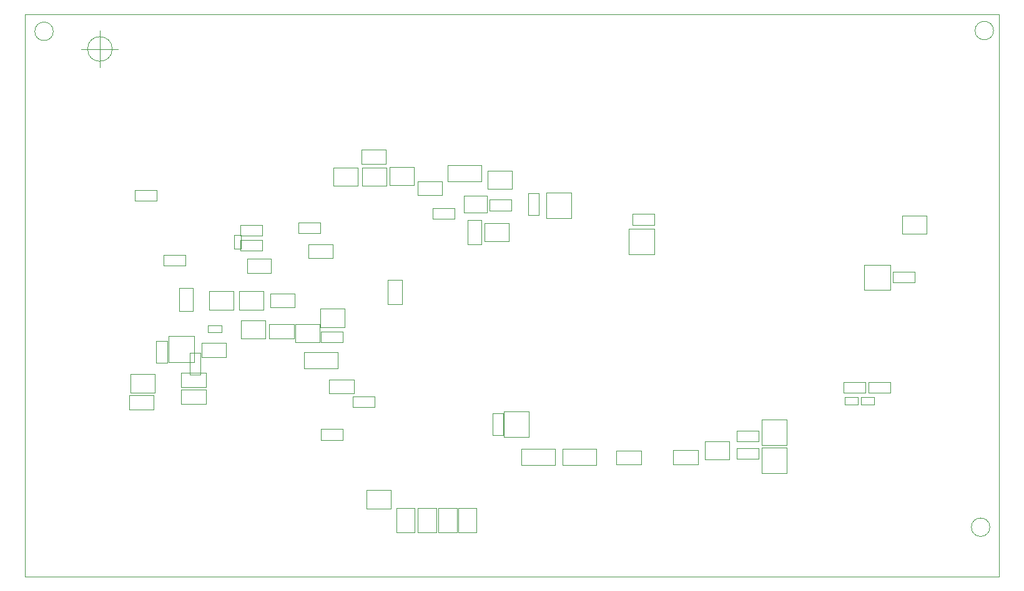
<source format=gbr>
G04 #@! TF.GenerationSoftware,KiCad,Pcbnew,(5.1.2)-1*
G04 #@! TF.CreationDate,2021-02-18T18:51:23+05:45*
G04 #@! TF.ProjectId,Pufferfish-Power-MCU,50756666-6572-4666-9973-682d506f7765,0.0*
G04 #@! TF.SameCoordinates,Original*
G04 #@! TF.FileFunction,Other,User*
%FSLAX46Y46*%
G04 Gerber Fmt 4.6, Leading zero omitted, Abs format (unit mm)*
G04 Created by KiCad (PCBNEW (5.1.2)-1) date 2021-02-18 18:51:23*
%MOMM*%
%LPD*%
G04 APERTURE LIST*
%ADD10C,0.100000*%
%ADD11C,0.050000*%
G04 APERTURE END LIST*
D10*
X203212700Y-114388900D02*
X203212700Y-119388900D01*
X71094600Y-114401600D02*
X71094600Y-119401600D01*
X82946666Y-47752000D02*
G75*
G03X82946666Y-47752000I-1666666J0D01*
G01*
X78780000Y-47752000D02*
X83780000Y-47752000D01*
X81280000Y-45252000D02*
X81280000Y-50252000D01*
X71094600Y-114401600D02*
X71094600Y-43065700D01*
X203212700Y-119388900D02*
X71094600Y-119401600D01*
X203225400Y-43065700D02*
X203212700Y-114388900D01*
X71094600Y-43065700D02*
X203225400Y-43065700D01*
D11*
G04 #@! TO.C,R99*
X108227400Y-72757600D02*
X111187400Y-72757600D01*
X108227400Y-71297600D02*
X108227400Y-72757600D01*
X111187400Y-71297600D02*
X108227400Y-71297600D01*
X111187400Y-72757600D02*
X111187400Y-71297600D01*
G04 #@! TO.C,R49*
X104238000Y-87056000D02*
X107598000Y-87056000D01*
X104238000Y-85156000D02*
X104238000Y-87056000D01*
X107598000Y-85156000D02*
X104238000Y-85156000D01*
X107598000Y-87056000D02*
X107598000Y-85156000D01*
G04 #@! TO.C,Q9*
X136087000Y-100457000D02*
X139487000Y-100457000D01*
X139487000Y-100457000D02*
X139487000Y-96957000D01*
X139487000Y-96957000D02*
X136087000Y-96957000D01*
X136087000Y-96957000D02*
X136087000Y-100457000D01*
G04 #@! TO.C,C100*
X99466300Y-74844000D02*
X100406300Y-74844000D01*
X100406300Y-74844000D02*
X100406300Y-72984000D01*
X100406300Y-72984000D02*
X99466300Y-72984000D01*
X99466300Y-72984000D02*
X99466300Y-74844000D01*
G04 #@! TO.C,C70*
X97831000Y-85255000D02*
X95971000Y-85255000D01*
X97831000Y-86195000D02*
X97831000Y-85255000D01*
X95971000Y-86195000D02*
X97831000Y-86195000D01*
X95971000Y-85255000D02*
X95971000Y-86195000D01*
G04 #@! TO.C,C51*
X184111500Y-95074000D02*
X182251500Y-95074000D01*
X184111500Y-96014000D02*
X184111500Y-95074000D01*
X182251500Y-96014000D02*
X184111500Y-96014000D01*
X182251500Y-95074000D02*
X182251500Y-96014000D01*
G04 #@! TO.C,C50*
X186311500Y-95074000D02*
X184451500Y-95074000D01*
X186311500Y-96014000D02*
X186311500Y-95074000D01*
X184451500Y-96014000D02*
X186311500Y-96014000D01*
X184451500Y-95074000D02*
X184451500Y-96014000D01*
G04 #@! TO.C,JP1*
X85407400Y-94402600D02*
X88707400Y-94402600D01*
X85407400Y-94402600D02*
X85407400Y-91902600D01*
X88707400Y-91902600D02*
X88707400Y-94402600D01*
X88707400Y-91902600D02*
X85407400Y-91902600D01*
G04 #@! TO.C,D3*
X93914000Y-83388000D02*
X92014000Y-83388000D01*
X92014000Y-83388000D02*
X92014000Y-80188000D01*
X93914000Y-80188000D02*
X92014000Y-80188000D01*
X93914000Y-83388000D02*
X93914000Y-80188000D01*
G04 #@! TO.C,D4*
X101270000Y-78166000D02*
X101270000Y-76266000D01*
X101270000Y-76266000D02*
X104470000Y-76266000D01*
X104470000Y-78166000D02*
X104470000Y-76266000D01*
X101270000Y-78166000D02*
X104470000Y-78166000D01*
G04 #@! TO.C,R39*
X185049000Y-93014000D02*
X182089000Y-93014000D01*
X185049000Y-94474000D02*
X185049000Y-93014000D01*
X182089000Y-94474000D02*
X185049000Y-94474000D01*
X182089000Y-93014000D02*
X182089000Y-94474000D01*
G04 #@! TO.C,R40*
X188449000Y-93001500D02*
X185489000Y-93001500D01*
X188449000Y-94461500D02*
X188449000Y-93001500D01*
X185489000Y-94461500D02*
X188449000Y-94461500D01*
X185489000Y-93001500D02*
X185489000Y-94461500D01*
G04 #@! TO.C,R53*
X153520000Y-71630000D02*
X156480000Y-71630000D01*
X153520000Y-70170000D02*
X153520000Y-71630000D01*
X156480000Y-70170000D02*
X153520000Y-70170000D01*
X156480000Y-71630000D02*
X156480000Y-70170000D01*
G04 #@! TO.C,R54*
X188787400Y-79432600D02*
X191747400Y-79432600D01*
X188787400Y-77972600D02*
X188787400Y-79432600D01*
X191747400Y-77972600D02*
X188787400Y-77972600D01*
X191747400Y-79432600D02*
X191747400Y-77972600D01*
G04 #@! TO.C,R55*
X134517000Y-97227000D02*
X134517000Y-100187000D01*
X135977000Y-97227000D02*
X134517000Y-97227000D01*
X135977000Y-100187000D02*
X135977000Y-97227000D01*
X134517000Y-100187000D02*
X135977000Y-100187000D01*
G04 #@! TO.C,R56*
X139351000Y-67354000D02*
X139351000Y-70314000D01*
X140811000Y-67354000D02*
X139351000Y-67354000D01*
X140811000Y-70314000D02*
X140811000Y-67354000D01*
X139351000Y-70314000D02*
X140811000Y-70314000D01*
G04 #@! TO.C,R20*
X89960000Y-77184000D02*
X92920000Y-77184000D01*
X89960000Y-75724000D02*
X89960000Y-77184000D01*
X92920000Y-75724000D02*
X89960000Y-75724000D01*
X92920000Y-77184000D02*
X92920000Y-75724000D01*
G04 #@! TO.C,R22*
X103334000Y-71660000D02*
X100374000Y-71660000D01*
X103334000Y-73120000D02*
X103334000Y-71660000D01*
X100374000Y-73120000D02*
X103334000Y-73120000D01*
X100374000Y-71660000D02*
X100374000Y-73120000D01*
G04 #@! TO.C,R23*
X100374000Y-75152000D02*
X103334000Y-75152000D01*
X100374000Y-73692000D02*
X100374000Y-75152000D01*
X103334000Y-73692000D02*
X100374000Y-73692000D01*
X103334000Y-75152000D02*
X103334000Y-73692000D01*
G04 #@! TO.C,C64*
X94912400Y-91995100D02*
X94912400Y-89035100D01*
X93452400Y-91995100D02*
X94912400Y-91995100D01*
X93452400Y-89035100D02*
X93452400Y-91995100D01*
X94912400Y-89035100D02*
X93452400Y-89035100D01*
G04 #@! TO.C,C66*
X114256000Y-86138000D02*
X111296000Y-86138000D01*
X114256000Y-87598000D02*
X114256000Y-86138000D01*
X111296000Y-87598000D02*
X114256000Y-87598000D01*
X111296000Y-86138000D02*
X111296000Y-87598000D01*
G04 #@! TO.C,C98*
X126452400Y-70832600D02*
X129412400Y-70832600D01*
X126452400Y-69372600D02*
X126452400Y-70832600D01*
X129412400Y-69372600D02*
X126452400Y-69372600D01*
X129412400Y-70832600D02*
X129412400Y-69372600D01*
G04 #@! TO.C,C99*
X134156000Y-69691000D02*
X137116000Y-69691000D01*
X134156000Y-68231000D02*
X134156000Y-69691000D01*
X137116000Y-68231000D02*
X134156000Y-68231000D01*
X137116000Y-69691000D02*
X137116000Y-68231000D01*
G04 #@! TO.C,FID2*
X201957400Y-112702600D02*
G75*
G03X201957400Y-112702600I-1250000J0D01*
G01*
G04 #@! TO.C,FID3*
X74957400Y-45352600D02*
G75*
G03X74957400Y-45352600I-1250000J0D01*
G01*
G04 #@! TO.C,FID4*
X202457400Y-45252600D02*
G75*
G03X202457400Y-45252600I-1250000J0D01*
G01*
G04 #@! TO.C,JP2*
X114507400Y-83027600D02*
X111207400Y-83027600D01*
X114507400Y-83027600D02*
X114507400Y-85527600D01*
X111207400Y-85527600D02*
X111207400Y-83027600D01*
X111207400Y-85527600D02*
X114507400Y-85527600D01*
G04 #@! TO.C,JP3*
X111124000Y-85110000D02*
X107824000Y-85110000D01*
X111124000Y-85110000D02*
X111124000Y-87610000D01*
X107824000Y-87610000D02*
X107824000Y-85110000D01*
X107824000Y-87610000D02*
X111124000Y-87610000D01*
G04 #@! TO.C,JP4*
X103504000Y-80665000D02*
X100204000Y-80665000D01*
X103504000Y-80665000D02*
X103504000Y-83165000D01*
X100204000Y-83165000D02*
X100204000Y-80665000D01*
X100204000Y-83165000D02*
X103504000Y-83165000D01*
G04 #@! TO.C,JP5*
X103758000Y-84602000D02*
X100458000Y-84602000D01*
X103758000Y-84602000D02*
X103758000Y-87102000D01*
X100458000Y-87102000D02*
X100458000Y-84602000D01*
X100458000Y-87102000D02*
X103758000Y-87102000D01*
G04 #@! TO.C,JP6*
X99440000Y-80665000D02*
X96140000Y-80665000D01*
X99440000Y-80665000D02*
X99440000Y-83165000D01*
X96140000Y-83165000D02*
X96140000Y-80665000D01*
X96140000Y-83165000D02*
X99440000Y-83165000D01*
G04 #@! TO.C,JP7*
X123980000Y-113384000D02*
X123980000Y-110084000D01*
X123980000Y-113384000D02*
X121480000Y-113384000D01*
X121480000Y-110084000D02*
X123980000Y-110084000D01*
X121480000Y-110084000D02*
X121480000Y-113384000D01*
G04 #@! TO.C,JP8*
X126880000Y-113384000D02*
X126880000Y-110084000D01*
X126880000Y-113384000D02*
X124380000Y-113384000D01*
X124380000Y-110084000D02*
X126880000Y-110084000D01*
X124380000Y-110084000D02*
X124380000Y-113384000D01*
G04 #@! TO.C,JP9*
X127180000Y-110084000D02*
X127180000Y-113384000D01*
X127180000Y-110084000D02*
X129680000Y-110084000D01*
X129680000Y-113384000D02*
X127180000Y-113384000D01*
X129680000Y-113384000D02*
X129680000Y-110084000D01*
G04 #@! TO.C,JP10*
X129880000Y-110084000D02*
X129880000Y-113384000D01*
X129880000Y-110084000D02*
X132380000Y-110084000D01*
X132380000Y-113384000D02*
X129880000Y-113384000D01*
X132380000Y-113384000D02*
X132380000Y-110084000D01*
G04 #@! TO.C,JP11*
X123900000Y-63750000D02*
X120600000Y-63750000D01*
X123900000Y-63750000D02*
X123900000Y-66250000D01*
X120600000Y-66250000D02*
X120600000Y-63750000D01*
X120600000Y-66250000D02*
X123900000Y-66250000D01*
G04 #@! TO.C,JP12*
X116250000Y-63850000D02*
X112950000Y-63850000D01*
X116250000Y-63850000D02*
X116250000Y-66350000D01*
X112950000Y-66350000D02*
X112950000Y-63850000D01*
X112950000Y-66350000D02*
X116250000Y-66350000D01*
G04 #@! TO.C,JP13*
X120150000Y-63850000D02*
X116850000Y-63850000D01*
X120150000Y-63850000D02*
X120150000Y-66350000D01*
X116850000Y-66350000D02*
X116850000Y-63850000D01*
X116850000Y-66350000D02*
X120150000Y-66350000D01*
G04 #@! TO.C,JP14*
X133478000Y-73894000D02*
X136778000Y-73894000D01*
X133478000Y-73894000D02*
X133478000Y-71394000D01*
X136778000Y-71394000D02*
X136778000Y-73894000D01*
X136778000Y-71394000D02*
X133478000Y-71394000D01*
G04 #@! TO.C,JP15*
X137150000Y-64282000D02*
X133850000Y-64282000D01*
X137150000Y-64282000D02*
X137150000Y-66782000D01*
X133850000Y-66782000D02*
X133850000Y-64282000D01*
X133850000Y-66782000D02*
X137150000Y-66782000D01*
G04 #@! TO.C,Q12*
X156497000Y-72214000D02*
X152997000Y-72214000D01*
X156497000Y-75614000D02*
X156497000Y-72214000D01*
X152997000Y-75614000D02*
X156497000Y-75614000D01*
X152997000Y-72214000D02*
X152997000Y-75614000D01*
G04 #@! TO.C,Q13*
X184951500Y-80442000D02*
X188451500Y-80442000D01*
X184951500Y-77042000D02*
X184951500Y-80442000D01*
X188451500Y-77042000D02*
X184951500Y-77042000D01*
X188451500Y-80442000D02*
X188451500Y-77042000D01*
G04 #@! TO.C,TP20*
X133757000Y-69984000D02*
X130657000Y-69984000D01*
X133757000Y-67684000D02*
X133757000Y-69984000D01*
X130657000Y-67684000D02*
X133757000Y-67684000D01*
X130657000Y-69984000D02*
X130657000Y-67684000D01*
G04 #@! TO.C,JP16*
X190120000Y-72878000D02*
X193420000Y-72878000D01*
X190120000Y-72878000D02*
X190120000Y-70378000D01*
X193420000Y-70378000D02*
X193420000Y-72878000D01*
X193420000Y-70378000D02*
X190120000Y-70378000D01*
G04 #@! TO.C,Q4*
X171020000Y-101882000D02*
X171020000Y-105382000D01*
X174420000Y-101882000D02*
X171020000Y-101882000D01*
X174420000Y-105382000D02*
X174420000Y-101882000D01*
X171020000Y-105382000D02*
X174420000Y-105382000D01*
G04 #@! TO.C,Q7*
X171020000Y-101572000D02*
X174420000Y-101572000D01*
X174420000Y-101572000D02*
X174420000Y-98072000D01*
X174420000Y-98072000D02*
X171020000Y-98072000D01*
X171020000Y-98072000D02*
X171020000Y-101572000D01*
G04 #@! TO.C,R16*
X89000000Y-66930000D02*
X86040000Y-66930000D01*
X89000000Y-68390000D02*
X89000000Y-66930000D01*
X86040000Y-68390000D02*
X89000000Y-68390000D01*
X86040000Y-66930000D02*
X86040000Y-68390000D01*
G04 #@! TO.C,R42*
X154697000Y-102315000D02*
X151337000Y-102315000D01*
X154697000Y-104215000D02*
X154697000Y-102315000D01*
X151337000Y-104215000D02*
X154697000Y-104215000D01*
X151337000Y-102315000D02*
X151337000Y-104215000D01*
G04 #@! TO.C,R47*
X115737400Y-94527600D02*
X115737400Y-92627600D01*
X115737400Y-92627600D02*
X112377400Y-92627600D01*
X112377400Y-92627600D02*
X112377400Y-94527600D01*
X112377400Y-94527600D02*
X115737400Y-94527600D01*
G04 #@! TO.C,R48*
X85227400Y-96702600D02*
X88587400Y-96702600D01*
X85227400Y-94802600D02*
X85227400Y-96702600D01*
X88587400Y-94802600D02*
X85227400Y-94802600D01*
X88587400Y-96702600D02*
X88587400Y-94802600D01*
G04 #@! TO.C,R51*
X109002400Y-88907600D02*
X109002400Y-91147600D01*
X109002400Y-91147600D02*
X113562400Y-91147600D01*
X113562400Y-91147600D02*
X113562400Y-88907600D01*
X113562400Y-88907600D02*
X109002400Y-88907600D01*
G04 #@! TO.C,R57*
X142997000Y-102045000D02*
X138437000Y-102045000D01*
X142997000Y-104285000D02*
X142997000Y-102045000D01*
X138437000Y-104285000D02*
X142997000Y-104285000D01*
X138437000Y-102045000D02*
X138437000Y-104285000D01*
G04 #@! TO.C,R58*
X144049500Y-102045000D02*
X144049500Y-104285000D01*
X144049500Y-104285000D02*
X148609500Y-104285000D01*
X148609500Y-104285000D02*
X148609500Y-102045000D01*
X148609500Y-102045000D02*
X144049500Y-102045000D01*
G04 #@! TO.C,R64*
X167633200Y-103424740D02*
X170593200Y-103424740D01*
X167633200Y-101964740D02*
X167633200Y-103424740D01*
X170593200Y-101964740D02*
X167633200Y-101964740D01*
X170593200Y-103424740D02*
X170593200Y-101964740D01*
G04 #@! TO.C,R65*
X170644000Y-101060000D02*
X170644000Y-99600000D01*
X170644000Y-99600000D02*
X167684000Y-99600000D01*
X167684000Y-99600000D02*
X167684000Y-101060000D01*
X167684000Y-101060000D02*
X170644000Y-101060000D01*
G04 #@! TO.C,R74*
X107725000Y-80965000D02*
X104365000Y-80965000D01*
X107725000Y-82865000D02*
X107725000Y-80965000D01*
X104365000Y-82865000D02*
X107725000Y-82865000D01*
X104365000Y-80965000D02*
X104365000Y-82865000D01*
G04 #@! TO.C,R75*
X92300000Y-94046000D02*
X92300000Y-95946000D01*
X92300000Y-95946000D02*
X95660000Y-95946000D01*
X95660000Y-95946000D02*
X95660000Y-94046000D01*
X95660000Y-94046000D02*
X92300000Y-94046000D01*
G04 #@! TO.C,R76*
X95660000Y-93660000D02*
X95660000Y-91760000D01*
X95660000Y-91760000D02*
X92300000Y-91760000D01*
X92300000Y-91760000D02*
X92300000Y-93660000D01*
X92300000Y-93660000D02*
X95660000Y-93660000D01*
G04 #@! TO.C,R77*
X95045500Y-87696000D02*
X95045500Y-89596000D01*
X95045500Y-89596000D02*
X98405500Y-89596000D01*
X98405500Y-89596000D02*
X98405500Y-87696000D01*
X98405500Y-87696000D02*
X95045500Y-87696000D01*
G04 #@! TO.C,R81*
X112887400Y-74252600D02*
X109527400Y-74252600D01*
X112887400Y-76152600D02*
X112887400Y-74252600D01*
X109527400Y-76152600D02*
X112887400Y-76152600D01*
X109527400Y-74252600D02*
X109527400Y-76152600D01*
G04 #@! TO.C,R90*
X116720000Y-63350000D02*
X120080000Y-63350000D01*
X116720000Y-61450000D02*
X116720000Y-63350000D01*
X120080000Y-61450000D02*
X116720000Y-61450000D01*
X120080000Y-63350000D02*
X120080000Y-61450000D01*
G04 #@! TO.C,R91*
X127712400Y-65727600D02*
X124352400Y-65727600D01*
X127712400Y-67627600D02*
X127712400Y-65727600D01*
X124352400Y-67627600D02*
X127712400Y-67627600D01*
X124352400Y-65727600D02*
X124352400Y-67627600D01*
G04 #@! TO.C,R92*
X122235000Y-79092000D02*
X120335000Y-79092000D01*
X120335000Y-79092000D02*
X120335000Y-82452000D01*
X120335000Y-82452000D02*
X122235000Y-82452000D01*
X122235000Y-82452000D02*
X122235000Y-79092000D01*
G04 #@! TO.C,R95*
X131130000Y-74324000D02*
X133030000Y-74324000D01*
X133030000Y-74324000D02*
X133030000Y-70964000D01*
X133030000Y-70964000D02*
X131130000Y-70964000D01*
X131130000Y-70964000D02*
X131130000Y-74324000D01*
G04 #@! TO.C,R97*
X133012400Y-63532600D02*
X128452400Y-63532600D01*
X133012400Y-65772600D02*
X133012400Y-63532600D01*
X128452400Y-65772600D02*
X133012400Y-65772600D01*
X128452400Y-63532600D02*
X128452400Y-65772600D01*
G04 #@! TO.C,Q8*
X90629000Y-86769000D02*
X90629000Y-90269000D01*
X94029000Y-86769000D02*
X90629000Y-86769000D01*
X94029000Y-90269000D02*
X94029000Y-86769000D01*
X90629000Y-90269000D02*
X94029000Y-90269000D01*
G04 #@! TO.C,Q10*
X141794000Y-70772000D02*
X145194000Y-70772000D01*
X145194000Y-70772000D02*
X145194000Y-67272000D01*
X145194000Y-67272000D02*
X141794000Y-67272000D01*
X141794000Y-67272000D02*
X141794000Y-70772000D01*
G04 #@! TO.C,R43*
X88932000Y-90380000D02*
X90392000Y-90380000D01*
X90392000Y-90380000D02*
X90392000Y-87420000D01*
X90392000Y-87420000D02*
X88932000Y-87420000D01*
X88932000Y-87420000D02*
X88932000Y-90380000D01*
G04 #@! TO.C,R70*
X118574000Y-94964500D02*
X115614000Y-94964500D01*
X118574000Y-96424500D02*
X118574000Y-94964500D01*
X115614000Y-96424500D02*
X118574000Y-96424500D01*
X115614000Y-94964500D02*
X115614000Y-96424500D01*
G04 #@! TO.C,R71*
X111227400Y-99372600D02*
X111227400Y-100832600D01*
X111227400Y-100832600D02*
X114187400Y-100832600D01*
X114187400Y-100832600D02*
X114187400Y-99372600D01*
X114187400Y-99372600D02*
X111227400Y-99372600D01*
G04 #@! TO.C,R102*
X159028100Y-102237500D02*
X159028100Y-104137500D01*
X159028100Y-104137500D02*
X162388100Y-104137500D01*
X162388100Y-104137500D02*
X162388100Y-102237500D01*
X162388100Y-102237500D02*
X159028100Y-102237500D01*
G04 #@! TO.C,JP17*
X120707400Y-107652600D02*
X117407400Y-107652600D01*
X120707400Y-107652600D02*
X120707400Y-110152600D01*
X117407400Y-110152600D02*
X117407400Y-107652600D01*
X117407400Y-110152600D02*
X120707400Y-110152600D01*
G04 #@! TO.C,JP18*
X163307400Y-103502600D02*
X166607400Y-103502600D01*
X163307400Y-103502600D02*
X163307400Y-101002600D01*
X166607400Y-101002600D02*
X166607400Y-103502600D01*
X166607400Y-101002600D02*
X163307400Y-101002600D01*
G04 #@! TD*
M02*

</source>
